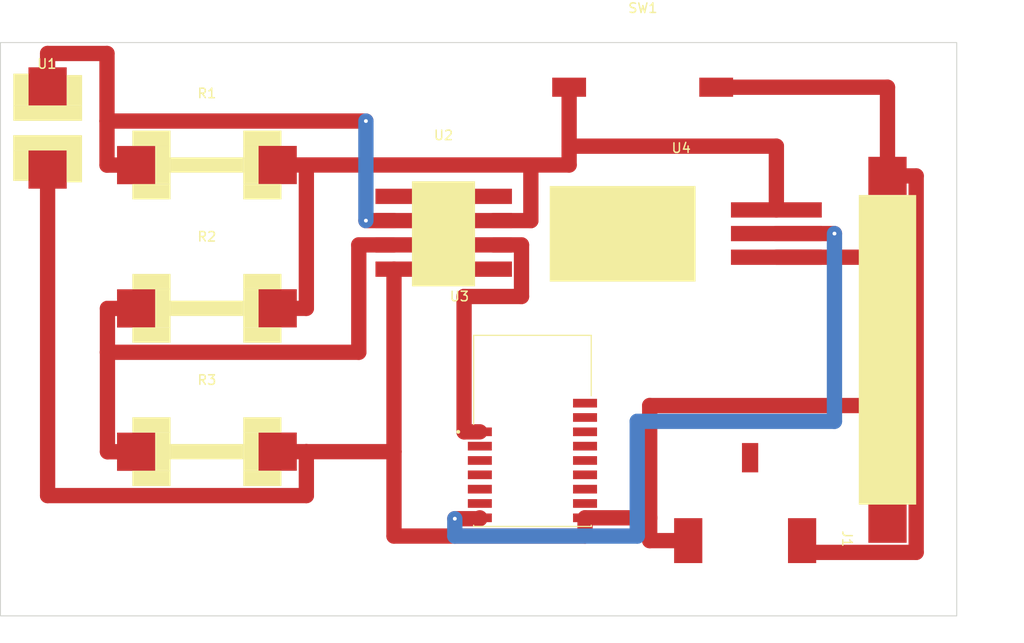
<source format=kicad_pcb>
(kicad_pcb (version 20211014) (generator pcbnew)
  (layers (0 "F.Cu" signal) (31 "B.Cu" signal) (34 "B.Paste" user) (35 "F.Paste" user) (36 "B.SilkS" user "B.Silkscreen") (37 "F.SilkS" user "F.Silkscreen") (38 "B.Mask" user) (39 "F.Mask" user) (44 "Edge.Cuts" user))
  (net 0 "")
  (net 1 "Net-(R1-Pad1)")
  (net 2 "Net-(R2-Pad1)")
  (net 5 "Net-(BT1-Pad1)")
  (net 7 "Net-(U2-Pad6)")
  (net 8 "Net-(BT1-Pad2)")
  (net 9 "Net-(R1-Pad2)")
  (net 23 "Net-(U3-Pad7)")
  (footprint "MyStuff:TPU" (layer "F.Cu") (at 129.792 79.7968)
    (fp_text reference "R3" (at 0 -7.5 unlocked) (layer "F.SilkS"))
    (fp_text value "R")
    (fp_line (start 3.8 -3.6) (end 3.8 -0.4) (layer "B.SilkS") (width 0.0001))
    (fp_line (start -3.8 3.6) (end -7.8 3.6) (layer "B.SilkS") (width 0.0001))
    (fp_line (start 7.8 -2) (end 7.8 -3.6) (layer "B.SilkS") (width 0.0001))
    (fp_line (start 4.6 -2) (end 7.8 -2) (layer "B.SilkS") (width 0.0001))
    (fp_line (start 3.8 -3.6) (end 7.8 -3.6) (layer "B.SilkS") (width 0.0001))
    (fp_line (start -4.6 2) (end -7.8 2) (layer "B.SilkS") (width 0.0001))
    (fp_line (start -7.8 2) (end -7.8 3.6) (layer "B.SilkS") (width 0.0001))
    (fp_line (start -3.8 3.6) (end -3.8 0.4) (layer "B.SilkS") (width 0.0001))
    (fp_line (start -3.8 -3.6) (end -3.8 -0.4) (layer "F.SilkS") (width 0.0001))
    (fp_line (start -3.8 -3.6) (end -7.8 -3.6) (layer "F.SilkS") (width 0.0001))
    (fp_line (start -7.8 -2) (end -7.8 -3.6) (layer "F.SilkS") (width 0.0001))
    (fp_line (start 3.8 3.6) (end 7.8 3.6) (layer "F.SilkS") (width 0.0001))
    (fp_line (start -3.8 0.4) (end 3.8 0.4) (layer "F.SilkS") (width 0.0001))
    (fp_line (start -3.8 -0.4) (end 3.8 -0.4) (layer "F.SilkS") (width 0.0001))
    (fp_line (start 3.8 3.6) (end 3.8 0.4) (layer "F.SilkS") (width 0.0001))
    (fp_line (start 4.6 2) (end 7.8 2) (layer "F.SilkS") (width 0.0001))
    (fp_line (start 4.6 -2) (end 4.6 2) (layer "F.SilkS") (width 0.0001))
    (fp_line (start -4.6 -2) (end -7.8 -2) (layer "F.SilkS") (width 0.0001))
    (fp_line (start -4.6 -2) (end -4.6 2) (layer "F.SilkS") (width 0.0001))
    (fp_line (start 7.8 2) (end 7.8 3.6) (layer "F.SilkS") (width 0.0001))
    (fp_rect (start -5.4 -2) (end -3.8 2) (layer "F.SilkS") (width 0.0001) (fill solid))
    (fp_rect (start 3.8 -2) (end 5.4 2) (layer "F.SilkS") (width 0.0001) (fill solid))
    (fp_rect (start 3.8 -3.6) (end 7.8 -2) (layer "F.SilkS") (width 0.0001) (fill solid))
    (fp_rect (start -7.8 2) (end -3.8 3.6) (layer "F.SilkS") (width 0.0001) (fill solid))
    (fp_rect (start 3.8 2) (end 7.8 3.6) (layer "F.SilkS") (width 0.0001) (fill solid))
    (fp_rect (start -7.8 -3.6) (end -3.8 -2) (layer "F.SilkS") (width 0.0001) (fill solid))
    (fp_rect (start -3.8 -0.8) (end 3.8 0.8) (layer "F.SilkS") (width 0.0001) (fill solid))
    (pad "1" smd rect (at -7.4 0.01) (size 4 4) (layers "F.Cu" "F.Paste" "F.Mask") (net 2 "Net-(R2-Pad1)"))
    (pad "2" smd rect (at 7.4 0) (size 4 4) (layers "F.Cu" "F.Paste" "F.Mask") (net 8 "Net-(BT1-Pad2)"))
  )
  (footprint "MyStuff:voltage_regulator" (layer "F.Cu") (at 179.3748 57.0484)
    (fp_text reference "U4" (at 0.02 -9.03 unlocked) (layer "F.SilkS"))
    (fp_text value "LD1117V33")
    (fp_rect (start -13.73 -5.05) (end 1.52 4.95) (layer "F.SilkS") (width 0.0001) (fill solid))
    (pad "1" smd rect (at 9.97 2.4) (size 9.5 1.6) (layers "F.Cu" "F.Paste" "F.Mask") (net 8 "Net-(BT1-Pad2)"))
    (pad "2" smd rect (at 9.97 -0.075) (size 9.5 1.6) (layers "F.Cu" "F.Paste" "F.Mask") (net 23 "Net-(U3-Pad7)"))
    (pad "3" smd rect (at 9.97 -2.55) (size 9.5 1.6) (layers "F.Cu" "F.Paste" "F.Mask") (net 9 "Net-(R1-Pad2)"))
  )
  (footprint "MyStuff:Battery" (layer "F.Cu") (at 200.9648 69.1388 180)
    (fp_text reference "BT1" (at -0.08 -5.9 180 unlocked) (layer "F.SilkS"))
    (fp_text value "Battery")
    (fp_rect (start -3 -16.2) (end 3 16.2) (layer "F.SilkS") (width 0.001) (fill solid))
    (pad "1" smd rect (at 0 18.2 180) (size 4 4) (layers "F.Cu" "F.Paste" "F.Mask") (net 5 "Net-(BT1-Pad1)"))
    (pad "2" smd rect (at 0 -18.2 180) (size 4 4) (layers "F.Cu" "F.Paste" "F.Mask") (net 8 "Net-(BT1-Pad2)"))
  )
  (footprint "MyStuff:for_thing" (layer "F.Cu") (at 113.1316 45.9232)
    (fp_text reference "U1" (at -0.08 -6.71 unlocked) (layer "F.SilkS"))
    (fp_text value "thing")
    (fp_rect (start 3.61 -0.75) (end -3.59 -2.35) (layer "F.SilkS") (width 0.0001) (fill solid))
    (fp_rect (start -2 2.35) (end -3.6 5.54) (layer "F.SilkS") (width 0.0001) (fill solid))
    (fp_rect (start 3.6 2.34) (end 2 5.69) (layer "F.SilkS") (width 0.0001) (fill solid))
    (fp_rect (start -3.6 0.75) (end 3.6 2.35) (layer "F.SilkS") (width 0.0001) (fill solid))
    (fp_rect (start -3.59 -2.34) (end -1.99 -5.69) (layer "F.SilkS") (width 0.0001) (fill solid))
    (fp_rect (start 2.01 -2.35) (end 3.61 -5.54) (layer "F.SilkS") (width 0.0001) (fill solid))
    (pad "1" smd rect (at 0 4.35) (size 4 4) (layers "F.Cu" "F.Paste" "F.Mask") (net 8 "Net-(BT1-Pad2)"))
    (pad "2" smd rect (at 0 -4.35 180) (size 4 4) (layers "F.Cu" "F.Paste" "F.Mask") (net 1 "Net-(R1-Pad1)"))
  )
  (footprint "MyStuff:dummy_lf356" (layer "F.Cu") (at 154.5336 56.9976)
    (fp_text reference "U2" (at 0 -10.31 unlocked) (layer "F.SilkS"))
    (fp_text value "LF356")
    (fp_rect (start -3.3 -5.5) (end 3.3 5.5) (layer "F.SilkS") (width 0.0001) (fill solid))
    (pad "1" smd rect (at -5.1775 -3.92) (size 3.875 1.6) (layers "F.Cu" "F.Paste" "F.Mask"))
    (pad "2" smd rect (at -5.1775 -1.38) (size 3.875 1.6) (layers "F.Cu" "F.Paste" "F.Mask") (net 1 "Net-(R1-Pad1)"))
    (pad "3" smd rect (at -5.1775 1.16) (size 3.875 1.6) (layers "F.Cu" "F.Paste" "F.Mask") (net 2 "Net-(R2-Pad1)"))
    (pad "4" smd rect (at -5.1775 3.7) (size 3.875 1.6) (layers "F.Cu" "F.Paste" "F.Mask") (net 8 "Net-(BT1-Pad2)"))
    (pad "5" smd rect (at 5.22 3.7) (size 3.875 1.6) (layers "F.Cu" "F.Paste" "F.Mask"))
    (pad "6" smd rect (at 5.22 1.16) (size 3.875 1.6) (layers "F.Cu" "F.Paste" "F.Mask") (net 7 "Net-(U2-Pad6)"))
    (pad "7" smd rect (at 5.22 -1.38) (size 3.875 1.6) (layers "F.Cu" "F.Paste" "F.Mask") (net 9 "Net-(R1-Pad2)"))
    (pad "8" smd rect (at 5.22 -3.92) (size 3.875 1.6) (layers "F.Cu" "F.Paste" "F.Mask"))
  )
  (footprint "MyStuff:TPU" (layer "F.Cu") (at 129.792 49.7968)
    (fp_text reference "R1" (at 0 -7.5 unlocked) (layer "F.SilkS"))
    (fp_text value "R")
    (fp_line (start -3.8 3.6) (end -3.8 0.4) (layer "B.SilkS") (width 0.0001))
    (fp_line (start 4.6 -2) (end 7.8 -2) (layer "B.SilkS") (width 0.0001))
    (fp_line (start -4.6 2) (end -7.8 2) (layer "B.SilkS") (width 0.0001))
    (fp_line (start 3.8 -3.6) (end 3.8 -0.4) (layer "B.SilkS") (width 0.0001))
    (fp_line (start -7.8 2) (end -7.8 3.6) (layer "B.SilkS") (width 0.0001))
    (fp_line (start 7.8 -2) (end 7.8 -3.6) (layer "B.SilkS") (width 0.0001))
    (fp_line (start -3.8 3.6) (end -7.8 3.6) (layer "B.SilkS") (width 0.0001))
    (fp_line (start 3.8 -3.6) (end 7.8 -3.6) (layer "B.SilkS") (width 0.0001))
    (fp_line (start 3.8 3.6) (end 7.8 3.6) (layer "F.SilkS") (width 0.0001))
    (fp_line (start -3.8 0.4) (end 3.8 0.4) (layer "F.SilkS") (width 0.0001))
    (fp_line (start 3.8 3.6) (end 3.8 0.4) (layer "F.SilkS") (width 0.0001))
    (fp_line (start -3.8 -3.6) (end -3.8 -0.4) (layer "F.SilkS") (width 0.0001))
    (fp_line (start -4.6 -2) (end -4.6 2) (layer "F.SilkS") (width 0.0001))
    (fp_line (start -7.8 -2) (end -7.8 -3.6) (layer "F.SilkS") (width 0.0001))
    (fp_line (start 4.6 -2) (end 4.6 2) (layer "F.SilkS") (width 0.0001))
    (fp_line (start 4.6 2) (end 7.8 2) (layer "F.SilkS") (width 0.0001))
    (fp_line (start -3.8 -3.6) (end -7.8 -3.6) (layer "F.SilkS") (width 0.0001))
    (fp_line (start -3.8 -0.4) (end 3.8 -0.4) (layer "F.SilkS") (width 0.0001))
    (fp_line (start -4.6 -2) (end -7.8 -2) (layer "F.SilkS") (width 0.0001))
    (fp_line (start 7.8 2) (end 7.8 3.6) (layer "F.SilkS") (width 0.0001))
    (fp_rect (start -7.8 2) (end -3.8 3.6) (layer "F.SilkS") (width 0.0001) (fill solid))
    (fp_rect (start 3.8 -3.6) (end 7.8 -2) (layer "F.SilkS") (width 0.0001) (fill solid))
    (fp_rect (start 3.8 -2) (end 5.4 2) (layer "F.SilkS") (width 0.0001) (fill solid))
    (fp_rect (start -5.4 -2) (end -3.8 2) (layer "F.SilkS") (width 0.0001) (fill solid))
    (fp_rect (start -3.8 -0.8) (end 3.8 0.8) (layer "F.SilkS") (width 0.0001) (fill solid))
    (fp_rect (start -7.8 -3.6) (end -3.8 -2) (layer "F.SilkS") (width 0.0001) (fill solid))
    (fp_rect (start 3.8 2) (end 7.8 3.6) (layer "F.SilkS") (width 0.0001) (fill solid))
    (pad "1" smd rect (at -7.4 0.01) (size 4 4) (layers "F.Cu" "F.Paste" "F.Mask") (net 1 "Net-(R1-Pad1)"))
    (pad "2" smd rect (at 7.4 0) (size 4 4) (layers "F.Cu" "F.Paste" "F.Mask") (net 9 "Net-(R1-Pad2)"))
  )
  (footprint "MyStuff:switch" (layer "F.Cu") (at 175.3616 41.656)
    (fp_text reference "SW1" (at 0.02 -8.28 unlocked) (layer "F.SilkS"))
    (fp_text value "SW_Push")
    (fp_rect (start -5.95 4.1) (end 5.95 -4.1) (layer "F.SilkS") (width 0.001) (fill none))
    (pad "1" smd rect (at -7.69 0) (size 3.54 2) (layers "F.Cu" "F.Paste" "F.Mask") (net 9 "Net-(R1-Pad2)"))
    (pad "2" smd rect (at 7.69 0) (size 3.54 2) (layers "F.Cu" "F.Paste" "F.Mask") (net 5 "Net-(BT1-Pad1)"))
  )
  (footprint "MyStuff:charge_port" (layer "F.Cu") (at 186.0854 88.9593 -90)
    (fp_text reference "J1" (at -0.04 -10.66 -90 unlocked) (layer "F.SilkS"))
    (fp_text value "Jack-DC")
    (fp_rect (start -7 -4.48) (end 7 4.48) (layer "F.SilkS") (width 0.0001) (fill none))
    (pad "1" smd rect (at 0.15 5.96 90) (size 4.7 2.95) (layers "F.Cu" "F.Paste" "F.Mask") (net 8 "Net-(BT1-Pad2)"))
    (pad "2" smd rect (at 0.15 -5.95 90) (size 4.7 2.95) (layers "F.Cu" "F.Paste" "F.Mask") (net 5 "Net-(BT1-Pad1)"))
    (pad "3" smd rect (at -8.53 -0.51 90) (size 3.07 1.7) (layers "F.Cu" "F.Paste" "F.Mask"))
  )
  (footprint "MyStuff:TPU" (layer "F.Cu") (at 129.792 64.7968)
    (fp_text reference "R2" (at 0 -7.5 unlocked) (layer "F.SilkS"))
    (fp_text value "R")
    (fp_line (start -3.8 3.6) (end -3.8 0.4) (layer "B.SilkS") (width 0.0001))
    (fp_line (start -4.6 2) (end -7.8 2) (layer "B.SilkS") (width 0.0001))
    (fp_line (start -7.8 2) (end -7.8 3.6) (layer "B.SilkS") (width 0.0001))
    (fp_line (start 3.8 -3.6) (end 7.8 -3.6) (layer "B.SilkS") (width 0.0001))
    (fp_line (start 4.6 -2) (end 7.8 -2) (layer "B.SilkS") (width 0.0001))
    (fp_line (start 7.8 -2) (end 7.8 -3.6) (layer "B.SilkS") (width 0.0001))
    (fp_line (start -3.8 3.6) (end -7.8 3.6) (layer "B.SilkS") (width 0.0001))
    (fp_line (start 3.8 -3.6) (end 3.8 -0.4) (layer "B.SilkS") (width 0.0001))
    (fp_line (start 4.6 2) (end 7.8 2) (layer "F.SilkS") (width 0.0001))
    (fp_line (start -7.8 -2) (end -7.8 -3.6) (layer "F.SilkS") (width 0.0001))
    (fp_line (start -3.8 0.4) (end 3.8 0.4) (layer "F.SilkS") (width 0.0001))
    (fp_line (start 3.8 3.6) (end 3.8 0.4) (layer "F.SilkS") (width 0.0001))
    (fp_line (start 3.8 3.6) (end 7.8 3.6) (layer "F.SilkS") (width 0.0001))
    (fp_line (start -4.6 -2) (end -7.8 -2) (layer "F.SilkS") (width 0.0001))
    (fp_line (start -3.8 -3.6) (end -3.8 -0.4) (layer "F.SilkS") (width 0.0001))
    (fp_line (start -4.6 -2) (end -4.6 2) (layer "F.SilkS") (width 0.0001))
    (fp_line (start -3.8 -0.4) (end 3.8 -0.4) (layer "F.SilkS") (width 0.0001))
    (fp_line (start -3.8 -3.6) (end -7.8 -3.6) (layer "F.SilkS") (width 0.0001))
    (fp_line (start 7.8 2) (end 7.8 3.6) (layer "F.SilkS") (width 0.0001))
    (fp_line (start 4.6 -2) (end 4.6 2) (layer "F.SilkS") (width 0.0001))
    (fp_rect (start 3.8 -2) (end 5.4 2) (layer "F.SilkS") (width 0.0001) (fill solid))
    (fp_rect (start 3.8 -3.6) (end 7.8 -2) (layer "F.SilkS") (width 0.0001) (fill solid))
    (fp_rect (start -3.8 -0.8) (end 3.8 0.8) (layer "F.SilkS") (width 0.0001) (fill solid))
    (fp_rect (start 3.8 2) (end 7.8 3.6) (layer "F.SilkS") (width 0.0001) (fill solid))
    (fp_rect (start -5.4 -2) (end -3.8 2) (layer "F.SilkS") (width 0.0001) (fill solid))
    (fp_rect (start -7.8 -3.6) (end -3.8 -2) (layer "F.SilkS") (width 0.0001) (fill solid))
    (fp_rect (start -7.8 2) (end -3.8 3.6) (layer "F.SilkS") (width 0.0001) (fill solid))
    (pad "1" smd rect (at -7.4 0.01) (size 4 4) (layers "F.Cu" "F.Paste" "F.Mask") (net 2 "Net-(R2-Pad1)"))
    (pad "2" smd rect (at 7.4 0) (size 4 4) (layers "F.Cu" "F.Paste" "F.Mask") (net 9 "Net-(R1-Pad2)"))
  )
  (footprint "MyStuff:MODULE_ESP-M2" (layer "F.Cu") (at 163.8353 77.6224)
    (fp_text reference "U3" (at -7.64 -14.0694) (layer "F.SilkS"))
    (fp_text value "ESP-M2")
    (fp_line (start -6.15 -10) (end -6.15 -0.675) (layer "F.SilkS") (width 0.127))
    (fp_line (start 6.15 10) (end 6.15 9.875) (layer "F.SilkS") (width 0.127))
    (fp_line (start -6.15 10) (end 6.15 10) (layer "F.SilkS") (width 0.127))
    (fp_line (start -6.15 10) (end -6.15 9.875) (layer "F.SilkS") (width 0.127))
    (fp_line (start 6.15 -3.675) (end 6.15 -10) (layer "F.SilkS") (width 0.127))
    (fp_line (start 6.15 -10) (end -6.15 -10) (layer "F.SilkS") (width 0.127))
    (fp_circle (center -7.755 0.1) (end -7.655 0.1) (layer "F.SilkS") (width 0.2) (fill none))
    (pad "1" smd rect (at -5.5 0.1) (size 2.51 0.91) (layers "F.Cu" "F.Paste" "F.Mask") (net 7 "Net-(U2-Pad6)"))
    (pad "2" smd rect (at -5.5 1.6) (size 2.51 0.91) (layers "F.Cu" "F.Paste" "F.Mask"))
    (pad "3" smd rect (at -5.5 3.1) (size 2.51 0.91) (layers "F.Cu" "F.Paste" "F.Mask"))
    (pad "4" smd rect (at -5.5 4.6) (size 2.51 0.91) (layers "F.Cu" "F.Paste" "F.Mask"))
    (pad "5" smd rect (at -5.5 6.1) (size 2.51 0.91) (layers "F.Cu" "F.Paste" "F.Mask"))
    (pad "6" smd rect (at -5.5 7.6) (size 2.51 0.91) (layers "F.Cu" "F.Paste" "F.Mask"))
    (pad "7" smd rect (at -5.5 9.1) (size 2.51 0.91) (layers "F.Cu" "F.Paste" "F.Mask") (net 23 "Net-(U3-Pad7)"))
    (pad "8" smd rect (at 5.5 9.1) (size 2.51 0.91) (layers "F.Cu" "F.Paste" "F.Mask") (net 8 "Net-(BT1-Pad2)"))
    (pad "9" smd rect (at 5.5 7.6) (size 2.51 0.91) (layers "F.Cu" "F.Paste" "F.Mask"))
    (pad "10" smd rect (at 5.5 6.1) (size 2.51 0.91) (layers "F.Cu" "F.Paste" "F.Mask"))
    (pad "11" smd rect (at 5.5 4.6) (size 2.51 0.91) (layers "F.Cu" "F.Paste" "F.Mask"))
    (pad "12" smd rect (at 5.5 3.1) (size 2.51 0.91) (layers "F.Cu" "F.Paste" "F.Mask"))
    (pad "13" smd rect (at 5.5 1.6) (size 2.51 0.91) (layers "F.Cu" "F.Paste" "F.Mask"))
    (pad "14" smd rect (at 5.5 0.1) (size 2.51 0.91) (layers "F.Cu" "F.Paste" "F.Mask"))
    (pad "15" smd rect (at 5.5 -1.4) (size 2.51 0.91) (layers "F.Cu" "F.Paste" "F.Mask"))
    (pad "16" smd rect (at 5.5 -2.9) (size 2.51 0.91) (layers "F.Cu" "F.Paste" "F.Mask"))
  )
  (gr_rect (start 108.204 36.9824) (end 208.204 96.9824) (layer "Edge.Cuts") (width 0.1) (fill none))
  (segment (start 119.3438 49.8068) (end 122.392 49.8068) (width 1.6) (layer "F.Cu") (net 1))
  (segment (start 146.4185 45.1966) (end 119.3438 45.1966) (width 1.6) (layer "F.Cu") (net 1))
  (segment (start 113.1316 41.5732) (end 113.1316 38.123) (width 1.6) (layer "F.Cu") (net 1))
  (segment (start 113.1316 38.123) (end 119.3438 38.123) (width 1.6) (layer "F.Cu") (net 1))
  (segment (start 149.3561 55.6176) (end 146.4185 55.6176) (width 1.6) (layer "F.Cu") (net 1))
  (segment (start 119.3438 38.123) (end 119.3438 45.1966) (width 1.6) (layer "F.Cu") (net 1))
  (segment (start 119.3438 45.1966) (end 119.3438 49.8068) (width 1.6) (layer "F.Cu") (net 1))
  (via (at 146.4185 45.1966) (size 0.8) (drill 0.4) (layers "F.Cu" "B.Cu") (net 1))
  (via (at 146.4185 55.6176) (size 0.8) (drill 0.4) (layers "F.Cu" "B.Cu") (net 1))
  (segment (start 146.4185 45.1966) (end 146.4185 55.6176) (width 1.6) (layer "B.Cu") (net 1))
  (segment (start 149.3561 58.1576) (end 145.6744 58.1576) (width 1.6) (layer "F.Cu") (net 2))
  (segment (start 145.6744 69.397) (end 119.3918 69.397) (width 1.6) (layer "F.Cu") (net 2))
  (segment (start 119.3918 79.8068) (end 122.392 79.8068) (width 1.6) (layer "F.Cu") (net 2))
  (segment (start 119.3918 64.8068) (end 119.3918 69.397) (width 1.6) (layer "F.Cu") (net 2))
  (segment (start 145.6744 58.1576) (end 145.6744 69.397) (width 1.6) (layer "F.Cu") (net 2))
  (segment (start 122.392 64.8068) (end 119.3918 64.8068) (width 1.6) (layer "F.Cu") (net 2))
  (segment (start 119.3918 69.397) (end 119.3918 79.8068) (width 1.6) (layer "F.Cu") (net 2))
  (segment (start 183.0516 41.656) (end 200.9648 41.656) (width 1.6) (layer "F.Cu") (net 5))
  (segment (start 203.965 90.339) (end 192.0354 90.339) (width 1.6) (layer "F.Cu") (net 5))
  (segment (start 192.0354 90.339) (end 192.0354 89.1093) (width 1.6) (layer "F.Cu") (net 5))
  (segment (start 200.9648 50.9388) (end 203.965 50.9388) (width 1.6) (layer "F.Cu") (net 5))
  (segment (start 203.965 50.9388) (end 203.965 90.339) (width 1.6) (layer "F.Cu") (net 5))
  (segment (start 200.9648 41.656) (end 200.9648 50.9388) (width 1.6) (layer "F.Cu") (net 5))
  (segment (start 156.6851 63.5578) (end 156.6851 77.7224) (width 1.6) (layer "F.Cu") (net 7))
  (segment (start 159.7536 58.1576) (end 162.6912 58.1576) (width 1.6) (layer "F.Cu") (net 7))
  (segment (start 162.6912 63.5578) (end 156.6851 63.5578) (width 1.6) (layer "F.Cu") (net 7))
  (segment (start 156.6851 77.7224) (end 158.3353 77.7224) (width 1.6) (layer "F.Cu") (net 7))
  (segment (start 162.6912 58.1576) (end 162.6912 63.5578) (width 1.6) (layer "F.Cu") (net 7))
  (segment (start 149.3561 79.7968) (end 149.3561 88.6326) (width 1.6) (layer "F.Cu") (net 8))
  (segment (start 149.3561 79.7968) (end 140.1922 79.7968) (width 1.6) (layer "F.Cu") (net 8))
  (segment (start 169.3353 88.6326) (end 169.3353 86.7224) (width 1.6) (layer "F.Cu") (net 8))
  (segment (start 113.1316 84.397) (end 140.1922 84.397) (width 1.6) (layer "F.Cu") (net 8))
  (segment (start 140.1922 79.7968) (end 137.192 79.7968) (width 1.6) (layer "F.Cu") (net 8))
  (segment (start 113.1316 50.2732) (end 113.1316 84.397) (width 1.6) (layer "F.Cu") (net 8))
  (segment (start 176.0979 74.9723) (end 176.0979 86.7224) (width 1.6) (layer "F.Cu") (net 8))
  (segment (start 176.0979 89.1093) (end 176.0979 86.7224) (width 1.6) (layer "F.Cu") (net 8))
  (segment (start 180.1254 89.1093) (end 176.0979 89.1093) (width 1.6) (layer "F.Cu") (net 8))
  (segment (start 140.1922 84.397) (end 140.1922 79.7968) (width 1.6) (layer "F.Cu") (net 8))
  (segment (start 200.9648 59.4484) (end 200.9648 74.9723) (width 1.6) (layer "F.Cu") (net 8))
  (segment (start 200.9648 74.9723) (end 200.9648 87.3388) (width 1.6) (layer "F.Cu") (net 8))
  (segment (start 149.3561 88.6326) (end 169.3353 88.6326) (width 1.6) (layer "F.Cu") (net 8))
  (segment (start 176.0979 86.7224) (end 169.3353 86.7224) (width 1.6) (layer "F.Cu") (net 8))
  (segment (start 200.9648 74.9723) (end 176.0979 74.9723) (width 1.6) (layer "F.Cu") (net 8))
  (segment (start 149.3561 60.6976) (end 149.3561 79.7968) (width 1.6) (layer "F.Cu") (net 8))
  (segment (start 189.3448 59.4484) (end 200.9648 59.4484) (width 1.6) (layer "F.Cu") (net 8))
  (segment (start 159.7536 55.6176) (end 163.668 55.6176) (width 1.6) (layer "F.Cu") (net 9))
  (segment (start 163.668 49.7968) (end 140.1922 49.7968) (width 1.6) (layer "F.Cu") (net 9))
  (segment (start 167.6716 41.656) (end 167.6716 47.8264) (width 1.6) (layer "F.Cu") (net 9))
  (segment (start 167.6716 49.7968) (end 163.668 49.7968) (width 1.6) (layer "F.Cu") (net 9))
  (segment (start 137.192 64.7968) (end 140.1922 64.7968) (width 1.6) (layer "F.Cu") (net 9))
  (segment (start 140.1922 49.7968) (end 137.192 49.7968) (width 1.6) (layer "F.Cu") (net 9))
  (segment (start 140.1922 64.7968) (end 140.1922 49.7968) (width 1.6) (layer "F.Cu") (net 9))
  (segment (start 167.6716 47.8264) (end 189.3448 47.8264) (width 1.6) (layer "F.Cu") (net 9))
  (segment (start 167.6716 47.8264) (end 167.6716 49.7968) (width 1.6) (layer "F.Cu") (net 9))
  (segment (start 189.3448 47.8264) (end 189.3448 54.4984) (width 1.6) (layer "F.Cu") (net 9))
  (segment (start 163.668 55.6176) (end 163.668 49.7968) (width 1.6) (layer "F.Cu") (net 9))
  (segment (start 158.3353 86.8137) (end 158.3353 86.7224) (width 1.6) (layer "F.Cu") (net 23))
  (segment (start 155.7156 86.8137) (end 158.3353 86.8137) (width 1.6) (layer "F.Cu") (net 23))
  (segment (start 189.3448 56.9734) (end 195.4193 56.9734) (width 1.6) (layer "F.Cu") (net 23))
  (via (at 195.4193 56.9734) (size 0.8) (drill 0.4) (layers "F.Cu" "B.Cu") (net 23))
  (via (at 155.7156 86.8137) (size 0.8) (drill 0.4) (layers "F.Cu" "B.Cu") (net 23))
  (segment (start 174.7954 88.6326) (end 174.7954 76.6226) (width 1.6) (layer "B.Cu") (net 23))
  (segment (start 174.7954 76.6226) (end 195.4193 76.6226) (width 1.6) (layer "B.Cu") (net 23))
  (segment (start 155.7156 86.8137) (end 155.7156 88.6326) (width 1.6) (layer "B.Cu") (net 23))
  (segment (start 195.4193 76.6226) (end 195.4193 56.9734) (width 1.6) (layer "B.Cu") (net 23))
  (segment (start 155.7156 88.6326) (end 174.7954 88.6326) (width 1.6) (layer "B.Cu") (net 23))
)
</source>
